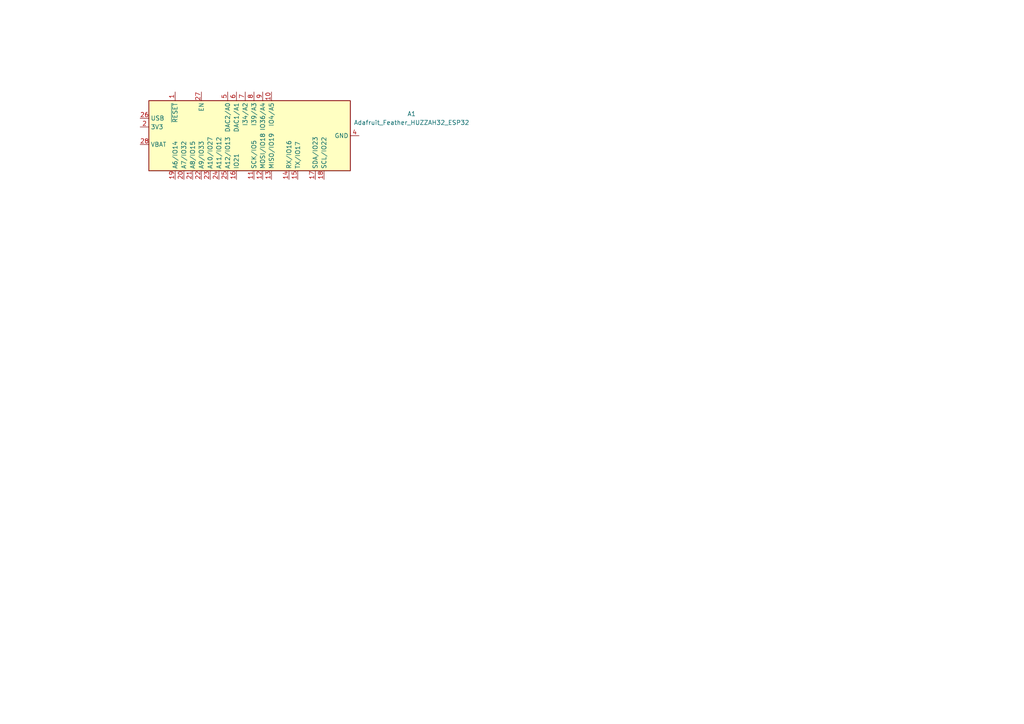
<source format=kicad_sch>
(kicad_sch (version 20230121) (generator eeschema)
  (paper "A4")
  (lib_symbols
    (symbol "MCU_Module:Adafruit_Feather_HUZZAH32_ESP32"
      (property "Reference" "A" (at -10.16 29.21 0))
      (property "Value" "Adafruit_Feather_HUZZAH32_ESP32" (at 2.54 -31.75 0))
      (symbol "Adafruit_Feather_HUZZAH32_ESP32_0_1"
        (rectangle (start -10.16 27.94) (end 10.16 -30.48) (stroke (width 0.254)) (fill (type background)))
      )
      (symbol "Adafruit_Feather_HUZZAH32_ESP32_1_1"
        (pin input line (at 12.7 20.32 180) (length 2.54) (name "~{RESET}") (number "1"))
        (pin bidirectional line (at 12.7 -7.62 180) (length 2.54) (name "IO4/A5") (number "10"))
        (pin bidirectional line (at -12.7 -2.54 0) (length 2.54) (name "SCK/IO5") (number "11"))
        (pin bidirectional line (at -12.7 -5.08 0) (length 2.54) (name "MOSI/IO18") (number "12"))
        (pin bidirectional line (at -12.7 -7.62 0) (length 2.54) (name "MISO/IO19") (number "13"))
        (pin bidirectional line (at -12.7 -12.7 0) (length 2.54) (name "RX/IO16") (number "14"))
        (pin bidirectional line (at -12.7 -15.24 0) (length 2.54) (name "TX/IO17") (number "15"))
        (pin bidirectional line (at -12.7 2.54 0) (length 2.54) (name "IO21") (number "16"))
        (pin bidirectional line (at -12.7 -20.32 0) (length 2.54) (name "SDA/IO23") (number "17"))
        (pin bidirectional line (at -12.7 -22.86 0) (length 2.54) (name "SCL/IO22") (number "18"))
        (pin bidirectional line (at -12.7 20.32 0) (length 2.54) (name "A6/IO14") (number "19"))
        (pin power_in line (at 2.54 30.48 270) (length 2.54) (name "3V3") (number "2"))
        (pin bidirectional line (at -12.7 17.78 0) (length 2.54) (name "A7/IO32") (number "20"))
        (pin bidirectional line (at -12.7 15.24 0) (length 2.54) (name "A8/IO15") (number "21"))
        (pin bidirectional line (at -12.7 12.7 0) (length 2.54) (name "A9/IO33") (number "22"))
        (pin bidirectional line (at -12.7 10.16 0) (length 2.54) (name "A10/IO27") (number "23"))
        (pin bidirectional line (at -12.7 7.62 0) (length 2.54) (name "A11/IO12") (number "24"))
        (pin bidirectional line (at -12.7 5.08 0) (length 2.54) (name "A12/IO13") (number "25"))
        (pin power_in line (at 5.08 30.48 270) (length 2.54) (name "USB") (number "26"))
        (pin input line (at 12.7 12.7 180) (length 2.54) (name "EN") (number "27"))
        (pin power_in line (at -2.54 30.48 270) (length 2.54) (name "VBAT") (number "28"))
        (pin no_connect line (at 10.16 10.16 180) (length 2.54) hide (name "NC") (number "3"))
        (pin power_in line (at 0 -33.02 90) (length 2.54) (name "GND") (number "4"))
        (pin bidirectional line (at 12.7 5.08 180) (length 2.54) (name "DAC2/A0") (number "5"))
        (pin bidirectional line (at 12.7 2.54 180) (length 2.54) (name "DAC1/A1") (number "6"))
        (pin bidirectional line (at 12.7 0 180) (length 2.54) (name "I34/A2") (number "7"))
        (pin bidirectional line (at 12.7 -2.54 180) (length 2.54) (name "I39/A3") (number "8"))
        (pin bidirectional line (at 12.7 -5.08 180) (length 2.54) (name "IO36/A4") (number "9"))
      )
    )
  )
  (symbol (lib_id "MCU_Module:Adafruit_Feather_HUZZAH32_ESP32") (at 71.12 39.37 90) (unit 1)
    (property "Reference" "A1" (at 119.38 33.02 90))
    (property "Value" "Adafruit_Feather_HUZZAH32_ESP32" (at 119.38 35.56 90))
    (property "Footprint" "Module:Adafruit_Feather" (effects hide))
    (property "Datasheet" "https://cdn-learn.adafruit.com/downloads/pdf/adafruit-huzzah32-esp32-feather.pdf" (effects hide))
  )
)
</source>
